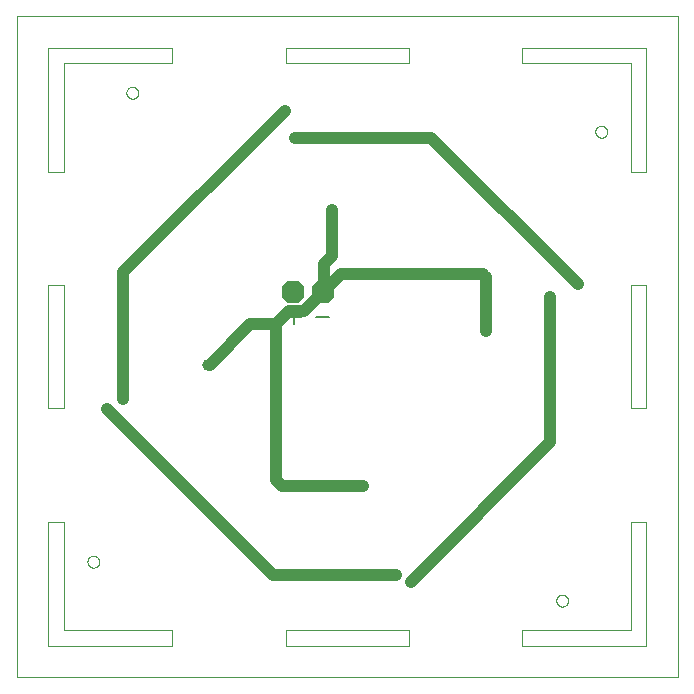
<source format=gbl>
G75*
%MOIN*%
%OFA0B0*%
%FSLAX25Y25*%
%IPPOS*%
%LPD*%
%AMOC8*
5,1,8,0,0,1.08239X$1,22.5*
%
%ADD10C,0.00600*%
%ADD11C,0.00000*%
%ADD12C,0.00004*%
%ADD13OC8,0.07600*%
%ADD14C,0.03962*%
%ADD15C,0.03937*%
%ADD16C,0.01000*%
D10*
X0093595Y0118905D02*
X0093595Y0123175D01*
X0095730Y0121040D02*
X0091459Y0121040D01*
X0100908Y0121040D02*
X0105179Y0121040D01*
D11*
X0037616Y0195884D02*
X0037618Y0195972D01*
X0037624Y0196060D01*
X0037634Y0196148D01*
X0037648Y0196236D01*
X0037665Y0196322D01*
X0037687Y0196408D01*
X0037712Y0196492D01*
X0037742Y0196576D01*
X0037774Y0196658D01*
X0037811Y0196738D01*
X0037851Y0196817D01*
X0037895Y0196894D01*
X0037942Y0196969D01*
X0037992Y0197041D01*
X0038046Y0197112D01*
X0038102Y0197179D01*
X0038162Y0197245D01*
X0038224Y0197307D01*
X0038290Y0197367D01*
X0038357Y0197423D01*
X0038428Y0197477D01*
X0038500Y0197527D01*
X0038575Y0197574D01*
X0038652Y0197618D01*
X0038731Y0197658D01*
X0038811Y0197695D01*
X0038893Y0197727D01*
X0038977Y0197757D01*
X0039061Y0197782D01*
X0039147Y0197804D01*
X0039233Y0197821D01*
X0039321Y0197835D01*
X0039409Y0197845D01*
X0039497Y0197851D01*
X0039585Y0197853D01*
X0039673Y0197851D01*
X0039761Y0197845D01*
X0039849Y0197835D01*
X0039937Y0197821D01*
X0040023Y0197804D01*
X0040109Y0197782D01*
X0040193Y0197757D01*
X0040277Y0197727D01*
X0040359Y0197695D01*
X0040439Y0197658D01*
X0040518Y0197618D01*
X0040595Y0197574D01*
X0040670Y0197527D01*
X0040742Y0197477D01*
X0040813Y0197423D01*
X0040880Y0197367D01*
X0040946Y0197307D01*
X0041008Y0197245D01*
X0041068Y0197179D01*
X0041124Y0197112D01*
X0041178Y0197041D01*
X0041228Y0196969D01*
X0041275Y0196894D01*
X0041319Y0196817D01*
X0041359Y0196738D01*
X0041396Y0196658D01*
X0041428Y0196576D01*
X0041458Y0196492D01*
X0041483Y0196408D01*
X0041505Y0196322D01*
X0041522Y0196236D01*
X0041536Y0196148D01*
X0041546Y0196060D01*
X0041552Y0195972D01*
X0041554Y0195884D01*
X0041552Y0195796D01*
X0041546Y0195708D01*
X0041536Y0195620D01*
X0041522Y0195532D01*
X0041505Y0195446D01*
X0041483Y0195360D01*
X0041458Y0195276D01*
X0041428Y0195192D01*
X0041396Y0195110D01*
X0041359Y0195030D01*
X0041319Y0194951D01*
X0041275Y0194874D01*
X0041228Y0194799D01*
X0041178Y0194727D01*
X0041124Y0194656D01*
X0041068Y0194589D01*
X0041008Y0194523D01*
X0040946Y0194461D01*
X0040880Y0194401D01*
X0040813Y0194345D01*
X0040742Y0194291D01*
X0040670Y0194241D01*
X0040595Y0194194D01*
X0040518Y0194150D01*
X0040439Y0194110D01*
X0040359Y0194073D01*
X0040277Y0194041D01*
X0040193Y0194011D01*
X0040109Y0193986D01*
X0040023Y0193964D01*
X0039937Y0193947D01*
X0039849Y0193933D01*
X0039761Y0193923D01*
X0039673Y0193917D01*
X0039585Y0193915D01*
X0039497Y0193917D01*
X0039409Y0193923D01*
X0039321Y0193933D01*
X0039233Y0193947D01*
X0039147Y0193964D01*
X0039061Y0193986D01*
X0038977Y0194011D01*
X0038893Y0194041D01*
X0038811Y0194073D01*
X0038731Y0194110D01*
X0038652Y0194150D01*
X0038575Y0194194D01*
X0038500Y0194241D01*
X0038428Y0194291D01*
X0038357Y0194345D01*
X0038290Y0194401D01*
X0038224Y0194461D01*
X0038162Y0194523D01*
X0038102Y0194589D01*
X0038046Y0194656D01*
X0037992Y0194727D01*
X0037942Y0194799D01*
X0037895Y0194874D01*
X0037851Y0194951D01*
X0037811Y0195030D01*
X0037774Y0195110D01*
X0037742Y0195192D01*
X0037712Y0195276D01*
X0037687Y0195360D01*
X0037665Y0195446D01*
X0037648Y0195532D01*
X0037634Y0195620D01*
X0037624Y0195708D01*
X0037618Y0195796D01*
X0037616Y0195884D01*
X0024624Y0039585D02*
X0024626Y0039673D01*
X0024632Y0039761D01*
X0024642Y0039849D01*
X0024656Y0039937D01*
X0024673Y0040023D01*
X0024695Y0040109D01*
X0024720Y0040193D01*
X0024750Y0040277D01*
X0024782Y0040359D01*
X0024819Y0040439D01*
X0024859Y0040518D01*
X0024903Y0040595D01*
X0024950Y0040670D01*
X0025000Y0040742D01*
X0025054Y0040813D01*
X0025110Y0040880D01*
X0025170Y0040946D01*
X0025232Y0041008D01*
X0025298Y0041068D01*
X0025365Y0041124D01*
X0025436Y0041178D01*
X0025508Y0041228D01*
X0025583Y0041275D01*
X0025660Y0041319D01*
X0025739Y0041359D01*
X0025819Y0041396D01*
X0025901Y0041428D01*
X0025985Y0041458D01*
X0026069Y0041483D01*
X0026155Y0041505D01*
X0026241Y0041522D01*
X0026329Y0041536D01*
X0026417Y0041546D01*
X0026505Y0041552D01*
X0026593Y0041554D01*
X0026681Y0041552D01*
X0026769Y0041546D01*
X0026857Y0041536D01*
X0026945Y0041522D01*
X0027031Y0041505D01*
X0027117Y0041483D01*
X0027201Y0041458D01*
X0027285Y0041428D01*
X0027367Y0041396D01*
X0027447Y0041359D01*
X0027526Y0041319D01*
X0027603Y0041275D01*
X0027678Y0041228D01*
X0027750Y0041178D01*
X0027821Y0041124D01*
X0027888Y0041068D01*
X0027954Y0041008D01*
X0028016Y0040946D01*
X0028076Y0040880D01*
X0028132Y0040813D01*
X0028186Y0040742D01*
X0028236Y0040670D01*
X0028283Y0040595D01*
X0028327Y0040518D01*
X0028367Y0040439D01*
X0028404Y0040359D01*
X0028436Y0040277D01*
X0028466Y0040193D01*
X0028491Y0040109D01*
X0028513Y0040023D01*
X0028530Y0039937D01*
X0028544Y0039849D01*
X0028554Y0039761D01*
X0028560Y0039673D01*
X0028562Y0039585D01*
X0028560Y0039497D01*
X0028554Y0039409D01*
X0028544Y0039321D01*
X0028530Y0039233D01*
X0028513Y0039147D01*
X0028491Y0039061D01*
X0028466Y0038977D01*
X0028436Y0038893D01*
X0028404Y0038811D01*
X0028367Y0038731D01*
X0028327Y0038652D01*
X0028283Y0038575D01*
X0028236Y0038500D01*
X0028186Y0038428D01*
X0028132Y0038357D01*
X0028076Y0038290D01*
X0028016Y0038224D01*
X0027954Y0038162D01*
X0027888Y0038102D01*
X0027821Y0038046D01*
X0027750Y0037992D01*
X0027678Y0037942D01*
X0027603Y0037895D01*
X0027526Y0037851D01*
X0027447Y0037811D01*
X0027367Y0037774D01*
X0027285Y0037742D01*
X0027201Y0037712D01*
X0027117Y0037687D01*
X0027031Y0037665D01*
X0026945Y0037648D01*
X0026857Y0037634D01*
X0026769Y0037624D01*
X0026681Y0037618D01*
X0026593Y0037616D01*
X0026505Y0037618D01*
X0026417Y0037624D01*
X0026329Y0037634D01*
X0026241Y0037648D01*
X0026155Y0037665D01*
X0026069Y0037687D01*
X0025985Y0037712D01*
X0025901Y0037742D01*
X0025819Y0037774D01*
X0025739Y0037811D01*
X0025660Y0037851D01*
X0025583Y0037895D01*
X0025508Y0037942D01*
X0025436Y0037992D01*
X0025365Y0038046D01*
X0025298Y0038102D01*
X0025232Y0038162D01*
X0025170Y0038224D01*
X0025110Y0038290D01*
X0025054Y0038357D01*
X0025000Y0038428D01*
X0024950Y0038500D01*
X0024903Y0038575D01*
X0024859Y0038652D01*
X0024819Y0038731D01*
X0024782Y0038811D01*
X0024750Y0038893D01*
X0024720Y0038977D01*
X0024695Y0039061D01*
X0024673Y0039147D01*
X0024656Y0039233D01*
X0024642Y0039321D01*
X0024632Y0039409D01*
X0024626Y0039497D01*
X0024624Y0039585D01*
X0180923Y0026593D02*
X0180925Y0026681D01*
X0180931Y0026769D01*
X0180941Y0026857D01*
X0180955Y0026945D01*
X0180972Y0027031D01*
X0180994Y0027117D01*
X0181019Y0027201D01*
X0181049Y0027285D01*
X0181081Y0027367D01*
X0181118Y0027447D01*
X0181158Y0027526D01*
X0181202Y0027603D01*
X0181249Y0027678D01*
X0181299Y0027750D01*
X0181353Y0027821D01*
X0181409Y0027888D01*
X0181469Y0027954D01*
X0181531Y0028016D01*
X0181597Y0028076D01*
X0181664Y0028132D01*
X0181735Y0028186D01*
X0181807Y0028236D01*
X0181882Y0028283D01*
X0181959Y0028327D01*
X0182038Y0028367D01*
X0182118Y0028404D01*
X0182200Y0028436D01*
X0182284Y0028466D01*
X0182368Y0028491D01*
X0182454Y0028513D01*
X0182540Y0028530D01*
X0182628Y0028544D01*
X0182716Y0028554D01*
X0182804Y0028560D01*
X0182892Y0028562D01*
X0182980Y0028560D01*
X0183068Y0028554D01*
X0183156Y0028544D01*
X0183244Y0028530D01*
X0183330Y0028513D01*
X0183416Y0028491D01*
X0183500Y0028466D01*
X0183584Y0028436D01*
X0183666Y0028404D01*
X0183746Y0028367D01*
X0183825Y0028327D01*
X0183902Y0028283D01*
X0183977Y0028236D01*
X0184049Y0028186D01*
X0184120Y0028132D01*
X0184187Y0028076D01*
X0184253Y0028016D01*
X0184315Y0027954D01*
X0184375Y0027888D01*
X0184431Y0027821D01*
X0184485Y0027750D01*
X0184535Y0027678D01*
X0184582Y0027603D01*
X0184626Y0027526D01*
X0184666Y0027447D01*
X0184703Y0027367D01*
X0184735Y0027285D01*
X0184765Y0027201D01*
X0184790Y0027117D01*
X0184812Y0027031D01*
X0184829Y0026945D01*
X0184843Y0026857D01*
X0184853Y0026769D01*
X0184859Y0026681D01*
X0184861Y0026593D01*
X0184859Y0026505D01*
X0184853Y0026417D01*
X0184843Y0026329D01*
X0184829Y0026241D01*
X0184812Y0026155D01*
X0184790Y0026069D01*
X0184765Y0025985D01*
X0184735Y0025901D01*
X0184703Y0025819D01*
X0184666Y0025739D01*
X0184626Y0025660D01*
X0184582Y0025583D01*
X0184535Y0025508D01*
X0184485Y0025436D01*
X0184431Y0025365D01*
X0184375Y0025298D01*
X0184315Y0025232D01*
X0184253Y0025170D01*
X0184187Y0025110D01*
X0184120Y0025054D01*
X0184049Y0025000D01*
X0183977Y0024950D01*
X0183902Y0024903D01*
X0183825Y0024859D01*
X0183746Y0024819D01*
X0183666Y0024782D01*
X0183584Y0024750D01*
X0183500Y0024720D01*
X0183416Y0024695D01*
X0183330Y0024673D01*
X0183244Y0024656D01*
X0183156Y0024642D01*
X0183068Y0024632D01*
X0182980Y0024626D01*
X0182892Y0024624D01*
X0182804Y0024626D01*
X0182716Y0024632D01*
X0182628Y0024642D01*
X0182540Y0024656D01*
X0182454Y0024673D01*
X0182368Y0024695D01*
X0182284Y0024720D01*
X0182200Y0024750D01*
X0182118Y0024782D01*
X0182038Y0024819D01*
X0181959Y0024859D01*
X0181882Y0024903D01*
X0181807Y0024950D01*
X0181735Y0025000D01*
X0181664Y0025054D01*
X0181597Y0025110D01*
X0181531Y0025170D01*
X0181469Y0025232D01*
X0181409Y0025298D01*
X0181353Y0025365D01*
X0181299Y0025436D01*
X0181249Y0025508D01*
X0181202Y0025583D01*
X0181158Y0025660D01*
X0181118Y0025739D01*
X0181081Y0025819D01*
X0181049Y0025901D01*
X0181019Y0025985D01*
X0180994Y0026069D01*
X0180972Y0026155D01*
X0180955Y0026241D01*
X0180941Y0026329D01*
X0180931Y0026417D01*
X0180925Y0026505D01*
X0180923Y0026593D01*
X0193915Y0182892D02*
X0193917Y0182980D01*
X0193923Y0183068D01*
X0193933Y0183156D01*
X0193947Y0183244D01*
X0193964Y0183330D01*
X0193986Y0183416D01*
X0194011Y0183500D01*
X0194041Y0183584D01*
X0194073Y0183666D01*
X0194110Y0183746D01*
X0194150Y0183825D01*
X0194194Y0183902D01*
X0194241Y0183977D01*
X0194291Y0184049D01*
X0194345Y0184120D01*
X0194401Y0184187D01*
X0194461Y0184253D01*
X0194523Y0184315D01*
X0194589Y0184375D01*
X0194656Y0184431D01*
X0194727Y0184485D01*
X0194799Y0184535D01*
X0194874Y0184582D01*
X0194951Y0184626D01*
X0195030Y0184666D01*
X0195110Y0184703D01*
X0195192Y0184735D01*
X0195276Y0184765D01*
X0195360Y0184790D01*
X0195446Y0184812D01*
X0195532Y0184829D01*
X0195620Y0184843D01*
X0195708Y0184853D01*
X0195796Y0184859D01*
X0195884Y0184861D01*
X0195972Y0184859D01*
X0196060Y0184853D01*
X0196148Y0184843D01*
X0196236Y0184829D01*
X0196322Y0184812D01*
X0196408Y0184790D01*
X0196492Y0184765D01*
X0196576Y0184735D01*
X0196658Y0184703D01*
X0196738Y0184666D01*
X0196817Y0184626D01*
X0196894Y0184582D01*
X0196969Y0184535D01*
X0197041Y0184485D01*
X0197112Y0184431D01*
X0197179Y0184375D01*
X0197245Y0184315D01*
X0197307Y0184253D01*
X0197367Y0184187D01*
X0197423Y0184120D01*
X0197477Y0184049D01*
X0197527Y0183977D01*
X0197574Y0183902D01*
X0197618Y0183825D01*
X0197658Y0183746D01*
X0197695Y0183666D01*
X0197727Y0183584D01*
X0197757Y0183500D01*
X0197782Y0183416D01*
X0197804Y0183330D01*
X0197821Y0183244D01*
X0197835Y0183156D01*
X0197845Y0183068D01*
X0197851Y0182980D01*
X0197853Y0182892D01*
X0197851Y0182804D01*
X0197845Y0182716D01*
X0197835Y0182628D01*
X0197821Y0182540D01*
X0197804Y0182454D01*
X0197782Y0182368D01*
X0197757Y0182284D01*
X0197727Y0182200D01*
X0197695Y0182118D01*
X0197658Y0182038D01*
X0197618Y0181959D01*
X0197574Y0181882D01*
X0197527Y0181807D01*
X0197477Y0181735D01*
X0197423Y0181664D01*
X0197367Y0181597D01*
X0197307Y0181531D01*
X0197245Y0181469D01*
X0197179Y0181409D01*
X0197112Y0181353D01*
X0197041Y0181299D01*
X0196969Y0181249D01*
X0196894Y0181202D01*
X0196817Y0181158D01*
X0196738Y0181118D01*
X0196658Y0181081D01*
X0196576Y0181049D01*
X0196492Y0181019D01*
X0196408Y0180994D01*
X0196322Y0180972D01*
X0196236Y0180955D01*
X0196148Y0180941D01*
X0196060Y0180931D01*
X0195972Y0180925D01*
X0195884Y0180923D01*
X0195796Y0180925D01*
X0195708Y0180931D01*
X0195620Y0180941D01*
X0195532Y0180955D01*
X0195446Y0180972D01*
X0195360Y0180994D01*
X0195276Y0181019D01*
X0195192Y0181049D01*
X0195110Y0181081D01*
X0195030Y0181118D01*
X0194951Y0181158D01*
X0194874Y0181202D01*
X0194799Y0181249D01*
X0194727Y0181299D01*
X0194656Y0181353D01*
X0194589Y0181409D01*
X0194523Y0181469D01*
X0194461Y0181531D01*
X0194401Y0181597D01*
X0194345Y0181664D01*
X0194291Y0181735D01*
X0194241Y0181807D01*
X0194194Y0181882D01*
X0194150Y0181959D01*
X0194110Y0182038D01*
X0194073Y0182118D01*
X0194041Y0182200D01*
X0194011Y0182284D01*
X0193986Y0182368D01*
X0193964Y0182454D01*
X0193947Y0182540D01*
X0193933Y0182628D01*
X0193923Y0182716D01*
X0193917Y0182804D01*
X0193915Y0182892D01*
D12*
X0001002Y0221474D02*
X0001002Y0001002D01*
X0221474Y0001002D01*
X0221474Y0221474D01*
X0001002Y0221474D01*
X0011632Y0210844D02*
X0052183Y0210844D01*
X0052970Y0210844D01*
X0052970Y0205726D01*
X0052183Y0205726D01*
X0016750Y0205726D01*
X0016750Y0170293D01*
X0016750Y0169506D01*
X0011632Y0169506D01*
X0011632Y0170293D01*
X0011632Y0210844D01*
X0011632Y0131711D02*
X0016750Y0131711D01*
X0016750Y0130923D01*
X0016750Y0091553D01*
X0016750Y0090766D01*
X0011632Y0090766D01*
X0011632Y0091553D01*
X0011632Y0130923D01*
X0011632Y0131711D01*
X0090766Y0205726D02*
X0090766Y0210844D01*
X0091553Y0210844D01*
X0091159Y0210844D02*
X0130923Y0210844D01*
X0131711Y0210844D01*
X0131711Y0205726D01*
X0130923Y0205726D01*
X0091553Y0205726D01*
X0090766Y0205726D01*
X0169506Y0205726D02*
X0170293Y0205726D01*
X0205726Y0205726D01*
X0205726Y0170293D01*
X0205726Y0169506D01*
X0210844Y0169506D01*
X0210844Y0170293D01*
X0210844Y0210844D01*
X0170293Y0210844D01*
X0169506Y0210844D01*
X0169506Y0205726D01*
X0205726Y0131711D02*
X0210844Y0131711D01*
X0210844Y0130923D01*
X0210844Y0091553D01*
X0210844Y0090766D01*
X0205726Y0090766D01*
X0205726Y0091553D01*
X0205726Y0130923D01*
X0205726Y0131711D01*
X0205726Y0052970D02*
X0205726Y0052183D01*
X0205726Y0016750D01*
X0170293Y0016750D01*
X0169506Y0016750D01*
X0169506Y0011632D01*
X0170293Y0011632D01*
X0210844Y0011632D01*
X0210844Y0052183D01*
X0210844Y0052970D01*
X0205726Y0052970D01*
X0131711Y0016750D02*
X0131711Y0011632D01*
X0130923Y0011632D01*
X0091553Y0011632D01*
X0090766Y0011632D01*
X0090766Y0016750D01*
X0091553Y0016750D01*
X0130923Y0016750D01*
X0131711Y0016750D01*
X0052970Y0016750D02*
X0052970Y0011632D01*
X0052183Y0011632D01*
X0011632Y0011632D01*
X0011632Y0052183D01*
X0011632Y0052970D01*
X0016750Y0052970D01*
X0016750Y0052183D01*
X0016750Y0016750D01*
X0052183Y0016750D01*
X0052970Y0016750D01*
D13*
X0093128Y0129348D03*
X0103167Y0129348D03*
D14*
X0106120Y0156907D03*
X0093915Y0180923D03*
X0090372Y0189978D03*
X0157498Y0116553D03*
X0178955Y0127774D03*
X0188010Y0132104D03*
X0116356Y0064781D03*
X0127380Y0035254D03*
X0132498Y0032892D03*
X0064978Y0105136D03*
X0036435Y0093915D03*
X0031317Y0090372D03*
D15*
X0086435Y0035254D01*
X0127380Y0035254D01*
X0132498Y0032892D02*
X0178955Y0079348D01*
X0178955Y0127774D01*
X0188010Y0132104D02*
X0139191Y0180923D01*
X0093915Y0180923D01*
X0090372Y0189978D02*
X0036435Y0136041D01*
X0036435Y0093915D01*
X0065372Y0105136D02*
X0078955Y0118719D01*
X0087616Y0118719D01*
X0091947Y0123049D01*
X0096868Y0123049D01*
X0103167Y0129348D01*
X0109270Y0135451D01*
X0156514Y0135451D01*
X0157498Y0134467D02*
X0157498Y0116553D01*
X0106120Y0141553D02*
X0103364Y0138797D01*
X0103364Y0129545D01*
X0106120Y0141553D02*
X0106120Y0156907D01*
X0087616Y0118719D02*
X0087616Y0066750D01*
X0089585Y0064781D01*
X0116356Y0064781D01*
D16*
X0065372Y0105136D02*
X0064978Y0105136D01*
X0103167Y0129348D02*
X0103364Y0129545D01*
X0156514Y0135451D02*
X0157498Y0134467D01*
M02*

</source>
